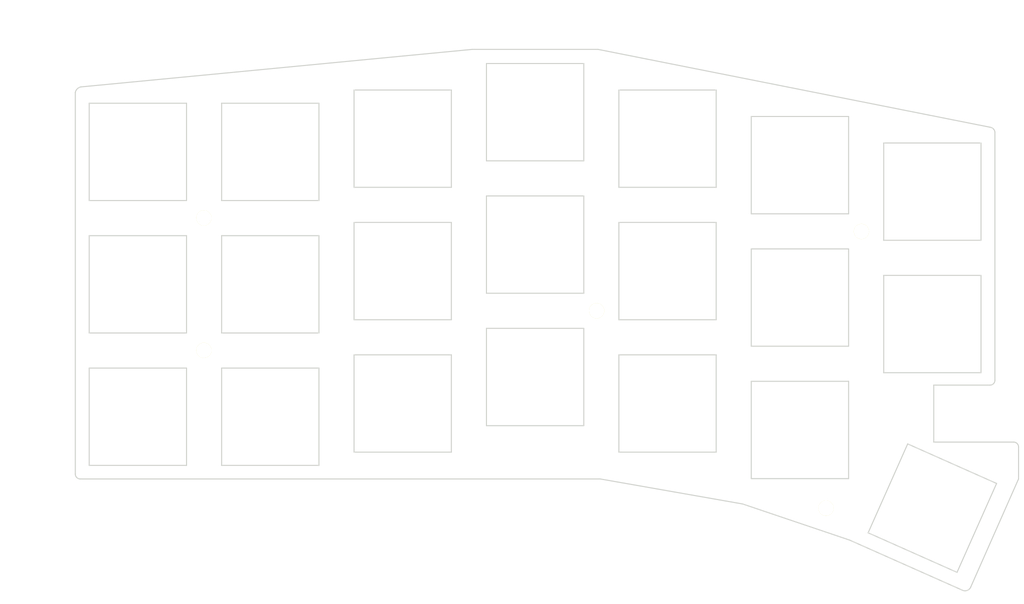
<source format=kicad_pcb>
(kicad_pcb (version 20171130) (host pcbnew "(5.1.4-0-10_14)")

  (general
    (thickness 1.6)
    (drawings 106)
    (tracks 0)
    (zones 0)
    (modules 5)
    (nets 2)
  )

  (page A4)
  (title_block
    (title "Pinky3 Top Plate Design")
    (date 2018-12-23)
    (rev 0.3)
    (company @tamanishi)
  )

  (layers
    (0 F.Cu signal)
    (31 B.Cu signal)
    (32 B.Adhes user)
    (33 F.Adhes user)
    (34 B.Paste user)
    (35 F.Paste user)
    (36 B.SilkS user)
    (37 F.SilkS user)
    (38 B.Mask user)
    (39 F.Mask user)
    (40 Dwgs.User user hide)
    (41 Cmts.User user)
    (42 Eco1.User user)
    (43 Eco2.User user)
    (44 Edge.Cuts user)
    (45 Margin user)
    (46 B.CrtYd user)
    (47 F.CrtYd user)
    (48 B.Fab user)
    (49 F.Fab user)
  )

  (setup
    (last_trace_width 0.25)
    (user_trace_width 0.5)
    (trace_clearance 0.2)
    (zone_clearance 0.508)
    (zone_45_only no)
    (trace_min 0.2)
    (via_size 0.6)
    (via_drill 0.4)
    (via_min_size 0.4)
    (via_min_drill 0.3)
    (uvia_size 0.4)
    (uvia_drill 0.3)
    (uvias_allowed no)
    (uvia_min_size 0.4)
    (uvia_min_drill 0.3)
    (edge_width 0.15)
    (segment_width 0.15)
    (pcb_text_width 0.3)
    (pcb_text_size 1.5 1.5)
    (mod_edge_width 0.15)
    (mod_text_size 1 1)
    (mod_text_width 0.15)
    (pad_size 5 5)
    (pad_drill 4.8)
    (pad_to_mask_clearance 0.2)
    (solder_mask_min_width 0.25)
    (aux_axis_origin 41 54.3)
    (visible_elements FFFFE77F)
    (pcbplotparams
      (layerselection 0x010f0_ffffffff)
      (usegerberextensions false)
      (usegerberattributes false)
      (usegerberadvancedattributes false)
      (creategerberjobfile false)
      (excludeedgelayer true)
      (linewidth 0.100000)
      (plotframeref false)
      (viasonmask false)
      (mode 1)
      (useauxorigin false)
      (hpglpennumber 1)
      (hpglpenspeed 20)
      (hpglpendiameter 15.000000)
      (psnegative false)
      (psa4output false)
      (plotreference true)
      (plotvalue true)
      (plotinvisibletext false)
      (padsonsilk false)
      (subtractmaskfromsilk false)
      (outputformat 1)
      (mirror false)
      (drillshape 0)
      (scaleselection 1)
      (outputdirectory "Gerber/"))
  )

  (net 0 "")
  (net 1 GND)

  (net_class Default "This is the default net class."
    (clearance 0.2)
    (trace_width 0.25)
    (via_dia 0.6)
    (via_drill 0.4)
    (uvia_dia 0.4)
    (uvia_drill 0.3)
  )

  (module lib:HOLE_M2 (layer F.Cu) (tedit 5C1EE041) (tstamp 5C0A86C7)
    (at 149 120.3)
    (fp_text reference Ref** (at 0 -2) (layer F.SilkS) hide
      (effects (font (size 0.29972 0.29972) (thickness 0.07493)))
    )
    (fp_text value Val** (at 0 1.75) (layer F.SilkS) hide
      (effects (font (size 0.29972 0.29972) (thickness 0.0762)))
    )
    (pad "" np_thru_hole circle (at 0 0) (size 2.2 2.2) (drill 2.2) (layers *.Cu *.Mask F.SilkS)
      (clearance 0.85))
  )

  (module lib:HOLE_M2 (layer F.Cu) (tedit 5C1EE041) (tstamp 5BDF1C89)
    (at 59.5 97.6)
    (fp_text reference Ref** (at 0 -2) (layer F.SilkS) hide
      (effects (font (size 0.29972 0.29972) (thickness 0.07493)))
    )
    (fp_text value Val** (at 0 1.75) (layer F.SilkS) hide
      (effects (font (size 0.29972 0.29972) (thickness 0.0762)))
    )
    (pad "" np_thru_hole circle (at 0 0) (size 2.2 2.2) (drill 2.2) (layers *.Cu *.Mask F.SilkS)
      (clearance 0.85))
  )

  (module lib:HOLE_M2 (layer F.Cu) (tedit 5C1EE041) (tstamp 5BDF1C99)
    (at 116 91.9)
    (fp_text reference Ref** (at 0 -2) (layer F.SilkS) hide
      (effects (font (size 0.29972 0.29972) (thickness 0.07493)))
    )
    (fp_text value Val** (at 0 1.75) (layer F.SilkS) hide
      (effects (font (size 0.29972 0.29972) (thickness 0.0762)))
    )
    (pad "" np_thru_hole circle (at 0 0) (size 2.2 2.2) (drill 2.2) (layers *.Cu *.Mask F.SilkS)
      (clearance 0.85))
  )

  (module lib:HOLE_M2 (layer F.Cu) (tedit 5C1EE041) (tstamp 5BDF2E30)
    (at 154.1 80.5)
    (fp_text reference Ref** (at 0 -2) (layer F.SilkS) hide
      (effects (font (size 0.29972 0.29972) (thickness 0.07493)))
    )
    (fp_text value Val** (at 0 1.75) (layer F.SilkS) hide
      (effects (font (size 0.29972 0.29972) (thickness 0.0762)))
    )
    (pad "" np_thru_hole circle (at 0 0) (size 2.2 2.2) (drill 2.2) (layers *.Cu *.Mask F.SilkS)
      (clearance 0.85))
  )

  (module lib:HOLE_M2 (layer F.Cu) (tedit 5C1EE041) (tstamp 5C1F4314)
    (at 59.5 78.55)
    (fp_text reference Ref** (at 0 -2) (layer F.SilkS) hide
      (effects (font (size 0.29972 0.29972) (thickness 0.07493)))
    )
    (fp_text value Val** (at 0 1.75) (layer F.SilkS) hide
      (effects (font (size 0.29972 0.29972) (thickness 0.0762)))
    )
    (pad "" np_thru_hole circle (at 0 0) (size 2.2 2.2) (drill 2.2) (layers *.Cu *.Mask F.SilkS)
      (clearance 0.85))
  )

  (gr_line (start 138.25 63.955) (end 152.25 63.955) (layer Edge.Cuts) (width 0.15) (tstamp 5C1F42A1))
  (gr_line (start 100.15 56.335) (end 114.15 56.335) (layer Edge.Cuts) (width 0.15) (tstamp 5C1F429D))
  (dimension 78 (width 0.3) (layer F.CrtYd)
    (gr_text "78.000 mm" (at 35.7 93.3 270) (layer F.CrtYd) (tstamp 5D56567E)
      (effects (font (size 1.5 1.5) (thickness 0.3)))
    )
    (feature1 (pts (xy 41 132.3) (xy 37.213579 132.3)))
    (feature2 (pts (xy 41 54.3) (xy 37.213579 54.3)))
    (crossbar (pts (xy 37.8 54.3) (xy 37.8 132.3)))
    (arrow1a (pts (xy 37.8 132.3) (xy 37.213579 131.173496)))
    (arrow1b (pts (xy 37.8 132.3) (xy 38.386421 131.173496)))
    (arrow2a (pts (xy 37.8 54.3) (xy 37.213579 55.426504)))
    (arrow2b (pts (xy 37.8 54.3) (xy 38.386421 55.426504)))
  )
  (gr_line (start 41.7 116.1) (end 116.5 116.1) (layer Edge.Cuts) (width 0.15) (tstamp 5C1DF843))
  (gr_arc (start 176 111.5) (end 176.7 111.5) (angle -90) (layer Edge.Cuts) (width 0.15) (tstamp 5C1DE371))
  (gr_line (start 176 110.8) (end 164.5 110.8) (layer Edge.Cuts) (width 0.15))
  (gr_line (start 176.7 116.1) (end 176.7 111.5) (layer Edge.Cuts) (width 0.15))
  (gr_line (start 137 119.7) (end 116.5 116.1) (layer Edge.Cuts) (width 0.15))
  (gr_line (start 152.4 124.9) (end 137 119.7) (layer Edge.Cuts) (width 0.15))
  (gr_line (start 152.4 124.9) (end 168.6 132.1) (layer Edge.Cuts) (width 0.15))
  (gr_line (start 171.3 86.815) (end 171.3 100.815) (layer Edge.Cuts) (width 0.15) (tstamp 5C0AF31E))
  (gr_line (start 157.3 86.815) (end 157.3 100.815) (layer Edge.Cuts) (width 0.15))
  (gr_line (start 43 100.15) (end 43 114.15) (layer Edge.Cuts) (width 0.15) (tstamp 5BFA0244))
  (dimension 135.7 (width 0.3) (layer F.CrtYd)
    (gr_text "135.700 mm" (at 108.85 48.3) (layer F.CrtYd)
      (effects (font (size 1.5 1.5) (thickness 0.3)))
    )
    (feature1 (pts (xy 176.7 54.3) (xy 176.7 49.813579)))
    (feature2 (pts (xy 41 54.3) (xy 41 49.813579)))
    (crossbar (pts (xy 41 50.4) (xy 176.7 50.4)))
    (arrow1a (pts (xy 176.7 50.4) (xy 175.573496 50.986421)))
    (arrow1b (pts (xy 176.7 50.4) (xy 175.573496 49.813579)))
    (arrow2a (pts (xy 41 50.4) (xy 42.126504 50.986421)))
    (arrow2b (pts (xy 41 50.4) (xy 42.126504 49.813579)))
  )
  (gr_arc (start 172.6 101.9) (end 172.6 102.6) (angle -90) (layer Edge.Cuts) (width 0.15))
  (gr_line (start 164.5 102.6) (end 172.6 102.6) (layer Edge.Cuts) (width 0.15))
  (gr_line (start 164.5 110.8) (end 164.5 102.6) (layer Edge.Cuts) (width 0.15))
  (gr_arc (start 168.999999 131.300001) (end 168.6 132.1) (angle -90) (layer Edge.Cuts) (width 0.15))
  (gr_line (start 41.8 59.7) (end 98.1 54.3) (layer Edge.Cuts) (width 0.15) (tstamp 5BF131E6))
  (gr_line (start 98.1 54.3) (end 116.2 54.3) (layer Edge.Cuts) (width 0.15) (tstamp 5BF131E5))
  (gr_line (start 116.2 54.3) (end 172.6 65.5) (layer Edge.Cuts) (width 0.15) (tstamp 5BF131E4))
  (gr_line (start 173.3 66.2) (end 173.3 101.9) (layer Edge.Cuts) (width 0.15) (tstamp 5BF131E3))
  (gr_line (start 169.799998 131.7) (end 176.7 116.1) (layer Edge.Cuts) (width 0.15) (tstamp 5BF131E2))
  (gr_arc (start 41.7 115.4) (end 41 115.4) (angle -90) (layer Edge.Cuts) (width 0.15) (tstamp 5BF131E0))
  (gr_arc (start 172.499302 66.299912) (end 173.299302 66.199912) (angle -75.7) (layer Edge.Cuts) (width 0.15) (tstamp 5BF131DE))
  (gr_arc (start 41.999999 60.699999) (end 41.8 59.7) (angle -67.3802232) (layer Edge.Cuts) (width 0.15) (tstamp 5BF131DD))
  (gr_line (start 41 115.4) (end 41 60.5) (layer Edge.Cuts) (width 0.15) (tstamp 5BF131DC))
  (gr_line (start 57 62.05) (end 57 76.05) (layer Edge.Cuts) (width 0.15))
  (gr_line (start 57 100.15) (end 57 114.15) (layer Edge.Cuts) (width 0.15))
  (gr_line (start 62.05 100.15) (end 76.05 100.15) (layer Edge.Cuts) (width 0.15))
  (gr_line (start 43 100.15) (end 57 100.15) (layer Edge.Cuts) (width 0.15))
  (gr_line (start 62.05 100.15) (end 62.05 114.15) (layer Edge.Cuts) (width 0.15))
  (gr_line (start 43 81.1) (end 57 81.1) (layer Edge.Cuts) (width 0.15))
  (gr_line (start 76.05 100.15) (end 76.05 114.15) (layer Edge.Cuts) (width 0.15))
  (gr_line (start 100.15 94.435) (end 100.15 108.435) (layer Edge.Cuts) (width 0.15))
  (gr_line (start 95.1 112.245) (end 81.1 112.245) (layer Edge.Cuts) (width 0.15))
  (gr_line (start 100.15 108.435) (end 114.15 108.435) (layer Edge.Cuts) (width 0.15))
  (gr_line (start 100.15 89.385) (end 114.15 89.385) (layer Edge.Cuts) (width 0.15))
  (gr_line (start 114.15 75.385) (end 114.15 89.385) (layer Edge.Cuts) (width 0.15))
  (gr_line (start 81.1 98.245) (end 95.1 98.245) (layer Edge.Cuts) (width 0.15))
  (gr_line (start 157.3 81.765) (end 171.3 81.765) (layer Edge.Cuts) (width 0.15))
  (gr_line (start 171.3 67.765) (end 171.3 81.765) (layer Edge.Cuts) (width 0.15))
  (gr_line (start 133.2 98.245) (end 133.2 112.245) (layer Edge.Cuts) (width 0.15))
  (gr_line (start 119.2 60.145) (end 119.2 74.145) (layer Edge.Cuts) (width 0.15))
  (gr_line (start 81.1 98.245) (end 81.1 112.245) (layer Edge.Cuts) (width 0.15))
  (gr_line (start 81.1 60.145) (end 95.1 60.145) (layer Edge.Cuts) (width 0.15))
  (gr_line (start 62.05 76.05) (end 62.05 62.05) (layer Edge.Cuts) (width 0.15))
  (gr_line (start 62.05 95.1) (end 76.05 95.1) (layer Edge.Cuts) (width 0.15))
  (gr_line (start 76.05 81.1) (end 76.05 95.1) (layer Edge.Cuts) (width 0.15))
  (gr_line (start 43 114.15) (end 57 114.15) (layer Edge.Cuts) (width 0.15))
  (gr_line (start 138.25 83.005) (end 138.25 97.005) (layer Edge.Cuts) (width 0.15))
  (gr_line (start 95.1 74.145) (end 81.1 74.145) (layer Edge.Cuts) (width 0.15))
  (gr_line (start 95.1 60.145) (end 95.1 74.145) (layer Edge.Cuts) (width 0.15))
  (gr_line (start 138.25 77.955) (end 152.25 77.955) (layer Edge.Cuts) (width 0.15))
  (gr_line (start 152.25 63.955) (end 152.25 77.955) (layer Edge.Cuts) (width 0.15))
  (gr_line (start 119.2 112.245) (end 133.2 112.245) (layer Edge.Cuts) (width 0.15))
  (gr_line (start 100.15 94.435) (end 114.15 94.435) (layer Edge.Cuts) (width 0.15))
  (gr_line (start 114.15 94.435) (end 114.15 108.435) (layer Edge.Cuts) (width 0.15))
  (gr_line (start 157.3 86.815) (end 171.3 86.815) (layer Edge.Cuts) (width 0.15))
  (gr_line (start 119.2 60.145) (end 133.2 60.145) (layer Edge.Cuts) (width 0.15))
  (gr_line (start 81.1 60.145) (end 81.1 74.145) (layer Edge.Cuts) (width 0.15))
  (gr_line (start 43 76.05) (end 57 76.05) (layer Edge.Cuts) (width 0.15))
  (gr_line (start 62.05 76.05) (end 76.05 76.05) (layer Edge.Cuts) (width 0.15))
  (gr_line (start 76.05 62.05) (end 76.05 76.05) (layer Edge.Cuts) (width 0.15))
  (gr_line (start 119.2 79.195) (end 133.2 79.195) (layer Edge.Cuts) (width 0.15))
  (gr_line (start 81.1 79.195) (end 81.1 93.195) (layer Edge.Cuts) (width 0.15))
  (gr_line (start 81.1 79.195) (end 95.1 79.195) (layer Edge.Cuts) (width 0.15))
  (gr_line (start 62.05 81.1) (end 62.05 95.1) (layer Edge.Cuts) (width 0.15))
  (gr_line (start 100.15 70.335) (end 114.15 70.335) (layer Edge.Cuts) (width 0.15))
  (gr_line (start 114.15 56.335) (end 114.15 70.335) (layer Edge.Cuts) (width 0.15))
  (gr_line (start 95.1 98.245) (end 95.1 112.245) (layer Edge.Cuts) (width 0.15))
  (gr_line (start 157.3 67.765) (end 157.3 81.765) (layer Edge.Cuts) (width 0.15))
  (gr_line (start 119.2 98.245) (end 119.2 112.245) (layer Edge.Cuts) (width 0.15))
  (gr_line (start 152.25 83.005) (end 152.25 97.005) (layer Edge.Cuts) (width 0.15))
  (gr_line (start 119.2 74.145) (end 133.2 74.145) (layer Edge.Cuts) (width 0.15))
  (gr_line (start 133.2 60.145) (end 133.2 74.145) (layer Edge.Cuts) (width 0.15))
  (gr_line (start 43 62.05) (end 57 62.05) (layer Edge.Cuts) (width 0.15))
  (gr_line (start 138.25 63.955) (end 138.25 77.955) (layer Edge.Cuts) (width 0.15))
  (gr_line (start 138.25 116.055) (end 152.25 116.055) (layer Edge.Cuts) (width 0.15))
  (gr_line (start 157.3 67.765) (end 171.3 67.765) (layer Edge.Cuts) (width 0.15))
  (gr_line (start 100.15 75.385) (end 100.15 89.385) (layer Edge.Cuts) (width 0.15))
  (gr_line (start 138.25 83.005) (end 152.25 83.005) (layer Edge.Cuts) (width 0.15))
  (gr_line (start 57 95.1) (end 43 95.1) (layer Edge.Cuts) (width 0.15))
  (gr_line (start 119.2 98.245) (end 133.2 98.245) (layer Edge.Cuts) (width 0.15))
  (gr_line (start 173.54 116.75) (end 160.75 111.06) (layer Edge.Cuts) (width 0.15))
  (gr_line (start 138.25 102.055) (end 152.25 102.055) (layer Edge.Cuts) (width 0.15))
  (gr_line (start 100.15 56.335) (end 100.15 70.335) (layer Edge.Cuts) (width 0.15))
  (gr_line (start 57 81.1) (end 57 95.1) (layer Edge.Cuts) (width 0.15))
  (gr_line (start 62.05 81.1) (end 76.05 81.1) (layer Edge.Cuts) (width 0.15))
  (gr_line (start 43 81.1) (end 43 95.1) (layer Edge.Cuts) (width 0.15))
  (gr_line (start 138.25 102.055) (end 138.25 116.055) (layer Edge.Cuts) (width 0.15))
  (gr_line (start 81.1 93.195) (end 95.1 93.195) (layer Edge.Cuts) (width 0.15))
  (gr_line (start 95.1 79.195) (end 95.1 93.195) (layer Edge.Cuts) (width 0.15))
  (gr_line (start 119.2 93.195) (end 133.2 93.195) (layer Edge.Cuts) (width 0.15))
  (gr_line (start 133.2 79.195) (end 133.2 93.195) (layer Edge.Cuts) (width 0.15))
  (gr_line (start 157.3 100.815) (end 171.3 100.815) (layer Edge.Cuts) (width 0.15))
  (gr_line (start 160.75 111.06) (end 155.06 123.85) (layer Edge.Cuts) (width 0.15))
  (gr_line (start 100.15 75.385) (end 114.15 75.385) (layer Edge.Cuts) (width 0.15))
  (gr_line (start 119.2 79.195) (end 119.2 93.195) (layer Edge.Cuts) (width 0.15))
  (gr_line (start 62.05 114.15) (end 76.05 114.15) (layer Edge.Cuts) (width 0.15))
  (gr_line (start 167.85 129.54) (end 173.54 116.75) (layer Edge.Cuts) (width 0.15))
  (gr_line (start 152.25 102.055) (end 152.25 116.055) (layer Edge.Cuts) (width 0.15))
  (gr_line (start 138.25 97.005) (end 152.25 97.005) (layer Edge.Cuts) (width 0.15))
  (gr_line (start 62.05 62.05) (end 76.05 62.05) (layer Edge.Cuts) (width 0.15))
  (gr_line (start 43 62.05) (end 43 76.05) (layer Edge.Cuts) (width 0.15))
  (gr_line (start 155.06 123.85) (end 167.85 129.54) (layer Edge.Cuts) (width 0.15))

  (zone (net 1) (net_name GND) (layer F.Cu) (tstamp 5D565EDB) (hatch edge 0.508)
    (connect_pads (clearance 0.3))
    (min_thickness 0.254)
    (fill yes (arc_segments 16) (thermal_gap 0.508) (thermal_bridge_width 0.508))
    (polygon
      (pts
        (xy 39.5 59.2) (xy 39.5 117.2) (xy 120.7 118) (xy 136.8 121.1) (xy 152.2 126.2)
        (xy 169.6 134.1) (xy 177.5 116.4) (xy 177.5 102) (xy 174.4 102) (xy 174.3 64.7)
        (xy 116.3 53) (xy 98 53)
      )
    )
  )
  (zone (net 1) (net_name GND) (layer B.Cu) (tstamp 5D565ED8) (hatch edge 0.508)
    (connect_pads (clearance 0.3))
    (min_thickness 0.254)
    (fill yes (arc_segments 16) (thermal_gap 0.508) (thermal_bridge_width 0.508))
    (polygon
      (pts
        (xy 39.5 59.1) (xy 39.5 117.2) (xy 120.7 118) (xy 136.8 121.1) (xy 152.2 126.2)
        (xy 169.6 134.1) (xy 177.5 116.3) (xy 177.5 102) (xy 174.4 102) (xy 174.3 64.7)
        (xy 116.3 53) (xy 98 53)
      )
    )
  )
)

</source>
